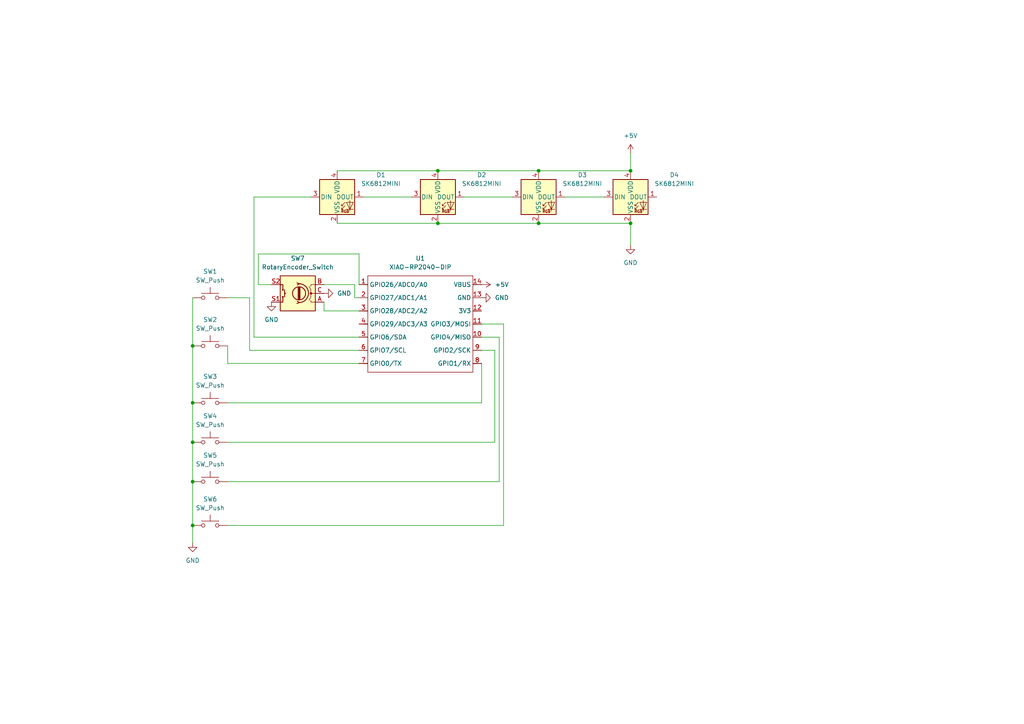
<source format=kicad_sch>
(kicad_sch (version 20250114) (generator "eeschema") (generator_version "9.0")
  (paper "A4")
  (lib_symbols
    (symbol "Device:RotaryEncoder_Switch" (pin_names (offset 0.254) (hide yes))
      (property "Reference" "SW" (at 0 6.604 0))
      (property "Value" "RotaryEncoder_Switch" (at 0 -6.604 0))
      (symbol "RotaryEncoder_Switch_0_1"
        (rectangle (start -5.08 5.08) (end 5.08 -5.08) (stroke (width 0.254)) (fill (type background)))
        (polyline (pts (xy -5.08 2.54) (xy -3.81 2.54) (xy -3.81 2.032)))
        (polyline (pts (xy -5.08 0) (xy -3.81 0) (xy -3.81 -1.016) (xy -3.302 -2.032)))
        (polyline (pts (xy -5.08 -2.54) (xy -3.81 -2.54) (xy -3.81 -2.032)))
        (polyline (pts (xy -4.318 0) (xy -3.81 0) (xy -3.81 1.016) (xy -3.302 2.032)))
        (circle (center -3.81 0) (radius 0.254) (fill (type outline)))
        (polyline (pts (xy -0.635 -1.778) (xy -0.635 1.778)) (stroke (width 0.254)))
        (circle (center -0.381 0) (radius 1.905) (stroke (width 0.254)))
        (polyline (pts (xy -0.381 -1.778) (xy -0.381 1.778)) (stroke (width 0.254)))
        (arc (start -0.381 -2.794) (mid -3.0988 -0.0635) (end -0.381 2.667) (stroke (width 0.254)))
        (polyline (pts (xy -0.127 1.778) (xy -0.127 -1.778)) (stroke (width 0.254)))
        (polyline (pts (xy 0.254 2.921) (xy -0.508 2.667) (xy 0.127 2.286)) (stroke (width 0.254)))
        (polyline (pts (xy 0.254 -3.048) (xy -0.508 -2.794) (xy 0.127 -2.413)) (stroke (width 0.254)))
        (polyline (pts (xy 3.81 1.016) (xy 3.81 -1.016)) (stroke (width 0.254)))
        (polyline (pts (xy 3.81 0) (xy 3.429 0)) (stroke (width 0.254)))
        (circle (center 4.318 1.016) (radius 0.127) (stroke (width 0.254)))
        (circle (center 4.318 -1.016) (radius 0.127) (stroke (width 0.254)))
        (polyline (pts (xy 5.08 2.54) (xy 4.318 2.54) (xy 4.318 1.016)) (stroke (width 0.254)))
        (polyline (pts (xy 5.08 -2.54) (xy 4.318 -2.54) (xy 4.318 -1.016)) (stroke (width 0.254)))
      )
      (symbol "RotaryEncoder_Switch_1_1"
        (pin passive line (at -7.62 2.54 0) (length 2.54) (name "A") (number "A"))
        (pin passive line (at -7.62 0 0) (length 2.54) (name "C") (number "C"))
        (pin passive line (at -7.62 -2.54 0) (length 2.54) (name "B") (number "B"))
        (pin passive line (at 7.62 2.54 180) (length 2.54) (name "S1") (number "S1"))
        (pin passive line (at 7.62 -2.54 180) (length 2.54) (name "S2") (number "S2"))
      )
    )
    (symbol "LED:SK6812MINI" (pin_names (offset 0.254))
      (property "Reference" "D" (at 5.08 5.715 0))
      (property "Value" "SK6812MINI" (at 1.27 -5.715 0))
      (symbol "SK6812MINI_0_0"
        (text "RGB" (at 2.286 -4.191 0) (effects (font (size 0.762 0.762))))
      )
      (symbol "SK6812MINI_0_1"
        (polyline (pts (xy 1.27 -2.54) (xy 1.778 -2.54)))
        (polyline (pts (xy 1.27 -3.556) (xy 1.778 -3.556)))
        (polyline (pts (xy 2.286 -1.524) (xy 1.27 -2.54) (xy 1.27 -2.032)))
        (polyline (pts (xy 2.286 -2.54) (xy 1.27 -3.556) (xy 1.27 -3.048)))
        (polyline (pts (xy 3.683 -1.016) (xy 3.683 -3.556) (xy 3.683 -4.064)))
        (polyline (pts (xy 4.699 -1.524) (xy 2.667 -1.524) (xy 3.683 -3.556) (xy 4.699 -1.524)))
        (polyline (pts (xy 4.699 -3.556) (xy 2.667 -3.556)))
        (rectangle (start 5.08 5.08) (end -5.08 -5.08) (stroke (width 0.254)) (fill (type background)))
      )
      (symbol "SK6812MINI_1_1"
        (pin input line (at -7.62 0 0) (length 2.54) (name "DIN") (number "3"))
        (pin power_in line (at 0 7.62 270) (length 2.54) (name "VDD") (number "4"))
        (pin power_in line (at 0 -7.62 90) (length 2.54) (name "VSS") (number "2"))
        (pin output line (at 7.62 0 180) (length 2.54) (name "DOUT") (number "1"))
      )
    )
    (symbol "Switch:SW_Push" (pin_numbers (hide yes)) (pin_names (offset 1.016) (hide yes))
      (property "Reference" "SW" (at 1.27 2.54 0))
      (property "Value" "SW_Push" (at 0 -1.524 0))
      (symbol "SW_Push_0_1"
        (circle (center -2.032 0) (radius 0.508))
        (polyline (pts (xy 0 1.27) (xy 0 3.048)))
        (circle (center 2.032 0) (radius 0.508))
        (polyline (pts (xy 2.54 1.27) (xy -2.54 1.27)))
        (pin passive line (at -5.08 0 0) (length 2.54) (name "1") (number "1"))
        (pin passive line (at 5.08 0 180) (length 2.54) (name "2") (number "2"))
      )
    )
    (symbol "opl:XIAO-RP2040-DIP"
      (property "Reference" "U" (at 0 0 0))
      (property "Value" "XIAO-RP2040-DIP" (at 5.334 -1.778 0))
      (symbol "XIAO-RP2040-DIP_1_0"
        (polyline (pts (xy -1.27 -2.54) (xy 29.21 -2.54)) (stroke (width 0.1524)))
        (polyline (pts (xy -1.27 -5.08) (xy -2.54 -5.08)) (stroke (width 0.1524)))
        (polyline (pts (xy -1.27 -5.08) (xy -1.27 -2.54)) (stroke (width 0.1524)))
        (polyline (pts (xy -1.27 -8.89) (xy -2.54 -8.89)) (stroke (width 0.1524)))
        (polyline (pts (xy -1.27 -8.89) (xy -1.27 -5.08)) (stroke (width 0.1524)))
        (polyline (pts (xy -1.27 -12.7) (xy -2.54 -12.7)) (stroke (width 0.1524)))
        (polyline (pts (xy -1.27 -12.7) (xy -1.27 -8.89)) (stroke (width 0.1524)))
        (polyline (pts (xy -1.27 -16.51) (xy -2.54 -16.51)) (stroke (width 0.1524)))
        (polyline (pts (xy -1.27 -16.51) (xy -1.27 -12.7)) (stroke (width 0.1524)))
        (polyline (pts (xy -1.27 -20.32) (xy -2.54 -20.32)) (stroke (width 0.1524)))
        (polyline (pts (xy -1.27 -24.13) (xy -2.54 -24.13)) (stroke (width 0.1524)))
        (polyline (pts (xy -1.27 -27.94) (xy -2.54 -27.94)) (stroke (width 0.1524)))
        (polyline (pts (xy -1.27 -30.48) (xy -1.27 -16.51)) (stroke (width 0.1524)))
        (polyline (pts (xy 29.21 -2.54) (xy 29.21 -5.08)) (stroke (width 0.1524)))
        (polyline (pts (xy 29.21 -5.08) (xy 29.21 -8.89)) (stroke (width 0.1524)))
        (polyline (pts (xy 29.21 -8.89) (xy 29.21 -12.7)) (stroke (width 0.1524)))
        (polyline (pts (xy 29.21 -12.7) (xy 29.21 -30.48)) (stroke (width 0.1524)))
        (polyline (pts (xy 29.21 -30.48) (xy -1.27 -30.48)) (stroke (width 0.1524)))
        (polyline (pts (xy 30.48 -5.08) (xy 29.21 -5.08)) (stroke (width 0.1524)))
        (polyline (pts (xy 30.48 -8.89) (xy 29.21 -8.89)) (stroke (width 0.1524)))
        (polyline (pts (xy 30.48 -12.7) (xy 29.21 -12.7)) (stroke (width 0.1524)))
        (polyline (pts (xy 30.48 -16.51) (xy 29.21 -16.51)) (stroke (width 0.1524)))
        (polyline (pts (xy 30.48 -20.32) (xy 29.21 -20.32)) (stroke (width 0.1524)))
        (polyline (pts (xy 30.48 -24.13) (xy 29.21 -24.13)) (stroke (width 0.1524)))
        (polyline (pts (xy 30.48 -27.94) (xy 29.21 -27.94)) (stroke (width 0.1524)))
        (pin passive line (at -3.81 -5.08 0) (length 2.54) (name "GPIO26/ADC0/A0") (number "1"))
        (pin passive line (at -3.81 -8.89 0) (length 2.54) (name "GPIO27/ADC1/A1") (number "2"))
        (pin passive line (at -3.81 -12.7 0) (length 2.54) (name "GPIO28/ADC2/A2") (number "3"))
        (pin passive line (at -3.81 -16.51 0) (length 2.54) (name "GPIO29/ADC3/A3") (number "4"))
        (pin passive line (at -3.81 -20.32 0) (length 2.54) (name "GPIO6/SDA") (number "5"))
        (pin passive line (at -3.81 -24.13 0) (length 2.54) (name "GPIO7/SCL") (number "6"))
        (pin passive line (at -3.81 -27.94 0) (length 2.54) (name "GPIO0/TX") (number "7"))
        (pin passive line (at 31.75 -5.08 180) (length 2.54) (name "VBUS") (number "14"))
        (pin passive line (at 31.75 -8.89 180) (length 2.54) (name "GND") (number "13"))
        (pin passive line (at 31.75 -12.7 180) (length 2.54) (name "3V3") (number "12"))
        (pin passive line (at 31.75 -16.51 180) (length 2.54) (name "GPIO3/MOSI") (number "11"))
        (pin passive line (at 31.75 -20.32 180) (length 2.54) (name "GPIO4/MISO") (number "10"))
        (pin passive line (at 31.75 -24.13 180) (length 2.54) (name "GPIO2/SCK") (number "9"))
        (pin passive line (at 31.75 -27.94 180) (length 2.54) (name "GPIO1/RX") (number "8"))
      )
    )
    (symbol "power:+5V" (power) (pin_numbers (hide yes)) (pin_names (offset 0) (hide yes))
      (property "Value" "+5V" (at 0 3.556 0))
      (symbol "+5V_0_1"
        (polyline (pts (xy -0.762 1.27) (xy 0 2.54)))
        (polyline (pts (xy 0 2.54) (xy 0.762 1.27)))
        (polyline (pts (xy 0 0) (xy 0 2.54)))
      )
      (symbol "+5V_1_1"
        (pin power_in line (at 0 0 90) (length 0) (name "~") (number "1"))
      )
    )
    (symbol "power:GND" (power) (pin_numbers (hide yes)) (pin_names (offset 0) (hide yes))
      (property "Value" "GND" (at 0 -3.81 0))
      (symbol "GND_0_1"
        (polyline (pts (xy 0 0) (xy 0 -1.27) (xy 1.27 -1.27) (xy 0 -2.54) (xy -1.27 -1.27) (xy 0 -1.27)))
      )
      (symbol "GND_1_1"
        (pin power_in line (at 0 0 270) (length 0) (name "~") (number "1"))
      )
    )
  )
  (junction (at 55.88 116.84))
  (junction (at 182.88 49.53))
  (junction (at 55.88 152.4))
  (junction (at 55.88 139.7))
  (junction (at 156.21 64.77))
  (junction (at 156.21 49.53))
  (junction (at 127 64.77))
  (junction (at 127 49.53))
  (junction (at 182.88 64.77))
  (junction (at 55.88 100.33))
  (junction (at 55.88 128.27))
  (wire (pts (xy 127 49.53) (xy 156.21 49.53)))
  (wire (pts (xy 93.98 82.55) (xy 102.87 82.55)))
  (wire (pts (xy 156.21 64.77) (xy 182.88 64.77)))
  (wire (pts (xy 55.88 139.7) (xy 55.88 152.4)))
  (wire (pts (xy 182.88 44.45) (xy 182.88 49.53)))
  (wire (pts (xy 104.14 97.79) (xy 73.66 97.79)))
  (wire (pts (xy 55.88 152.4) (xy 55.88 157.48)))
  (wire (pts (xy 66.04 116.84) (xy 139.7 116.84)))
  (wire (pts (xy 78.74 82.55) (xy 74.93 82.55)))
  (wire (pts (xy 144.78 97.79) (xy 144.78 139.7)))
  (wire (pts (xy 163.83 57.15) (xy 175.26 57.15)))
  (wire (pts (xy 139.7 93.98) (xy 146.05 93.98)))
  (wire (pts (xy 93.98 87.63) (xy 93.98 90.17)))
  (wire (pts (xy 72.39 101.6) (xy 104.14 101.6)))
  (wire (pts (xy 74.93 73.66) (xy 104.14 73.66)))
  (wire (pts (xy 73.66 57.15) (xy 90.17 57.15)))
  (wire (pts (xy 66.04 128.27) (xy 143.51 128.27)))
  (wire (pts (xy 139.7 97.79) (xy 144.78 97.79)))
  (wire (pts (xy 73.66 97.79) (xy 73.66 57.15)))
  (wire (pts (xy 66.04 105.41) (xy 104.14 105.41)))
  (wire (pts (xy 105.41 57.15) (xy 119.38 57.15)))
  (wire (pts (xy 143.51 101.6) (xy 139.7 101.6)))
  (wire (pts (xy 74.93 82.55) (xy 74.93 73.66)))
  (wire (pts (xy 139.7 116.84) (xy 139.7 105.41)))
  (wire (pts (xy 72.39 86.36) (xy 72.39 101.6)))
  (wire (pts (xy 182.88 64.77) (xy 182.88 71.12)))
  (wire (pts (xy 143.51 128.27) (xy 143.51 101.6)))
  (wire (pts (xy 102.87 82.55) (xy 102.87 86.36)))
  (wire (pts (xy 134.62 57.15) (xy 148.59 57.15)))
  (wire (pts (xy 55.88 116.84) (xy 55.88 128.27)))
  (wire (pts (xy 127 64.77) (xy 156.21 64.77)))
  (wire (pts (xy 66.04 152.4) (xy 146.05 152.4)))
  (wire (pts (xy 97.79 49.53) (xy 127 49.53)))
  (wire (pts (xy 55.88 100.33) (xy 55.88 116.84)))
  (wire (pts (xy 93.98 90.17) (xy 104.14 90.17)))
  (wire (pts (xy 66.04 86.36) (xy 72.39 86.36)))
  (wire (pts (xy 55.88 128.27) (xy 55.88 139.7)))
  (wire (pts (xy 55.88 86.36) (xy 55.88 100.33)))
  (wire (pts (xy 144.78 139.7) (xy 66.04 139.7)))
  (wire (pts (xy 66.04 100.33) (xy 66.04 105.41)))
  (wire (pts (xy 102.87 86.36) (xy 104.14 86.36)))
  (wire (pts (xy 97.79 64.77) (xy 127 64.77)))
  (wire (pts (xy 156.21 49.53) (xy 182.88 49.53)))
  (wire (pts (xy 146.05 152.4) (xy 146.05 93.98)))
  (wire (pts (xy 104.14 73.66) (xy 104.14 82.55)))
  (symbol (lib_id "power:GND") (at 139.7 86.36 90) (unit 1)
    (property "Reference" "#PWR05" (effects (hide yes)))
    (property "Value" "GND" (at 143.51 86.3599 90) (effects (justify right)))
    (property "Description" "Power symbol creates a global label with name \"GND\" , ground" (effects (hide yes)))
  )
  (symbol (lib_id "Device:RotaryEncoder_Switch") (at 86.36 85.09 180) (unit 1)
    (property "Reference" "SW7" (at 86.36 74.93 0))
    (property "Value" "RotaryEncoder_Switch" (at 86.36 77.47 0))
    (property "Footprint" "Rotary_Encoder:RotaryEncoder_Alps_EC11E-Switch_Vertical_H20mm" (effects (hide yes)))
    (property "Description" "Rotary encoder, dual channel, incremental quadrate outputs, with switch" (effects (hide yes)))
  )
  (symbol (lib_id "power:GND") (at 182.88 71.12 0) (unit 1)
    (property "Reference" "#PWR02" (effects (hide yes)))
    (property "Value" "GND" (at 182.88 76.2 0))
    (property "Description" "Power symbol creates a global label with name \"GND\" , ground" (effects (hide yes)))
  )
  (symbol (lib_id "Switch:SW_Push") (at 60.96 86.36 0) (unit 1)
    (property "Reference" "SW1" (at 60.96 78.74 0))
    (property "Value" "SW_Push" (at 60.96 81.28 0))
    (property "Footprint" "Button_Switch_Keyboard:SW_Cherry_MX_1.00u_PCB" (effects (hide yes)))
    (property "Description" "Push button switch, generic, two pins" (effects (hide yes)))
  )
  (symbol (lib_id "LED:SK6812MINI") (at 182.88 57.15 0) (unit 1)
    (property "Reference" "D4" (at 195.58 50.7298 0))
    (property "Value" "SK6812MINI" (at 195.58 53.2698 0))
    (property "Footprint" "LED_SMD:LED_SK6812MINI_PLCC4_3.5x3.5mm_P1.75mm" (effects (hide yes)))
    (property "Datasheet" "https://cdn-shop.adafruit.com/product-files/2686/SK6812MINI_REV.01-1-2.pdf" (effects (hide yes)))
    (property "Description" "RGB LED with integrated controller" (effects (hide yes)))
  )
  (symbol (lib_id "Switch:SW_Push") (at 60.96 100.33 0) (unit 1)
    (property "Reference" "SW2" (at 60.96 92.71 0))
    (property "Value" "SW_Push" (at 60.96 95.25 0))
    (property "Footprint" "Button_Switch_Keyboard:SW_Cherry_MX_1.00u_PCB" (effects (hide yes)))
    (property "Description" "Push button switch, generic, two pins" (effects (hide yes)))
  )
  (symbol (lib_id "Switch:SW_Push") (at 60.96 152.4 0) (unit 1)
    (property "Reference" "SW6" (at 60.96 144.78 0))
    (property "Value" "SW_Push" (at 60.96 147.32 0))
    (property "Footprint" "Button_Switch_Keyboard:SW_Cherry_MX_1.00u_PCB" (effects (hide yes)))
    (property "Description" "Push button switch, generic, two pins" (effects (hide yes)))
  )
  (symbol (lib_id "LED:SK6812MINI") (at 97.79 57.15 0) (unit 1)
    (property "Reference" "D1" (at 110.49 50.7298 0))
    (property "Value" "SK6812MINI" (at 110.49 53.2698 0))
    (property "Footprint" "LED_SMD:LED_SK6812MINI_PLCC4_3.5x3.5mm_P1.75mm" (effects (hide yes)))
    (property "Datasheet" "https://cdn-shop.adafruit.com/product-files/2686/SK6812MINI_REV.01-1-2.pdf" (effects (hide yes)))
    (property "Description" "RGB LED with integrated controller" (effects (hide yes)))
  )
  (symbol (lib_id "LED:SK6812MINI") (at 127 57.15 0) (unit 1)
    (property "Reference" "D2" (at 139.7 50.7298 0))
    (property "Value" "SK6812MINI" (at 139.7 53.2698 0))
    (property "Footprint" "LED_SMD:LED_SK6812MINI_PLCC4_3.5x3.5mm_P1.75mm" (effects (hide yes)))
    (property "Datasheet" "https://cdn-shop.adafruit.com/product-files/2686/SK6812MINI_REV.01-1-2.pdf" (effects (hide yes)))
    (property "Description" "RGB LED with integrated controller" (effects (hide yes)))
  )
  (symbol (lib_id "Switch:SW_Push") (at 60.96 116.84 0) (unit 1)
    (property "Reference" "SW3" (at 60.96 109.22 0))
    (property "Value" "SW_Push" (at 60.96 111.76 0))
    (property "Footprint" "Button_Switch_Keyboard:SW_Cherry_MX_1.00u_PCB" (effects (hide yes)))
    (property "Description" "Push button switch, generic, two pins" (effects (hide yes)))
  )
  (symbol (lib_id "LED:SK6812MINI") (at 156.21 57.15 0) (unit 1)
    (property "Reference" "D3" (at 168.91 50.7298 0))
    (property "Value" "SK6812MINI" (at 168.91 53.2698 0))
    (property "Footprint" "LED_SMD:LED_SK6812MINI_PLCC4_3.5x3.5mm_P1.75mm" (effects (hide yes)))
    (property "Datasheet" "https://cdn-shop.adafruit.com/product-files/2686/SK6812MINI_REV.01-1-2.pdf" (effects (hide yes)))
    (property "Description" "RGB LED with integrated controller" (effects (hide yes)))
  )
  (symbol (lib_id "power:GND") (at 55.88 157.48 0) (unit 1)
    (property "Reference" "#PWR01" (effects (hide yes)))
    (property "Value" "GND" (at 55.88 162.56 0))
    (property "Description" "Power symbol creates a global label with name \"GND\" , ground" (effects (hide yes)))
  )
  (symbol (lib_id "Switch:SW_Push") (at 60.96 139.7 0) (unit 1)
    (property "Reference" "SW5" (at 60.96 132.08 0))
    (property "Value" "SW_Push" (at 60.96 134.62 0))
    (property "Footprint" "Button_Switch_Keyboard:SW_Cherry_MX_1.00u_PCB" (effects (hide yes)))
    (property "Description" "Push button switch, generic, two pins" (effects (hide yes)))
  )
  (symbol (lib_id "power:+5V") (at 182.88 44.45 0) (unit 1)
    (property "Reference" "#PWR03" (effects (hide yes)))
    (property "Value" "+5V" (at 182.88 39.37 0))
    (property "Description" "Power symbol creates a global label with name \"+5V\"" (effects (hide yes)))
  )
  (symbol (lib_id "opl:XIAO-RP2040-DIP") (at 107.95 77.47 0) (unit 1)
    (property "Reference" "U1" (at 121.92 74.93 0))
    (property "Value" "XIAO-RP2040-DIP" (at 121.92 77.47 0))
    (property "Footprint" "opl:XIAO-RP2040-DIP" (effects (hide yes)))
  )
  (symbol (lib_id "power:GND") (at 93.98 85.09 90) (unit 1)
    (property "Reference" "#PWR07" (effects (hide yes)))
    (property "Value" "GND" (at 97.79 85.0899 90) (effects (justify right)))
    (property "Description" "Power symbol creates a global label with name \"GND\" , ground" (effects (hide yes)))
  )
  (symbol (lib_id "power:+5V") (at 139.7 82.55 270) (unit 1)
    (property "Reference" "#PWR04" (effects (hide yes)))
    (property "Value" "+5V" (at 143.51 82.5499 90) (effects (justify left)))
    (property "Description" "Power symbol creates a global label with name \"+5V\"" (effects (hide yes)))
  )
  (symbol (lib_id "power:GND") (at 78.74 87.63 0) (unit 1)
    (property "Reference" "#PWR06" (effects (hide yes)))
    (property "Value" "GND" (at 78.74 92.71 0))
    (property "Description" "Power symbol creates a global label with name \"GND\" , ground" (effects (hide yes)))
  )
  (symbol (lib_id "Switch:SW_Push") (at 60.96 128.27 0) (unit 1)
    (property "Reference" "SW4" (at 60.96 120.65 0))
    (property "Value" "SW_Push" (at 60.96 123.19 0))
    (property "Footprint" "Button_Switch_Keyboard:SW_Cherry_MX_1.00u_PCB" (effects (hide yes)))
    (property "Description" "Push button switch, generic, two pins" (effects (hide yes)))
  )
)
</source>
